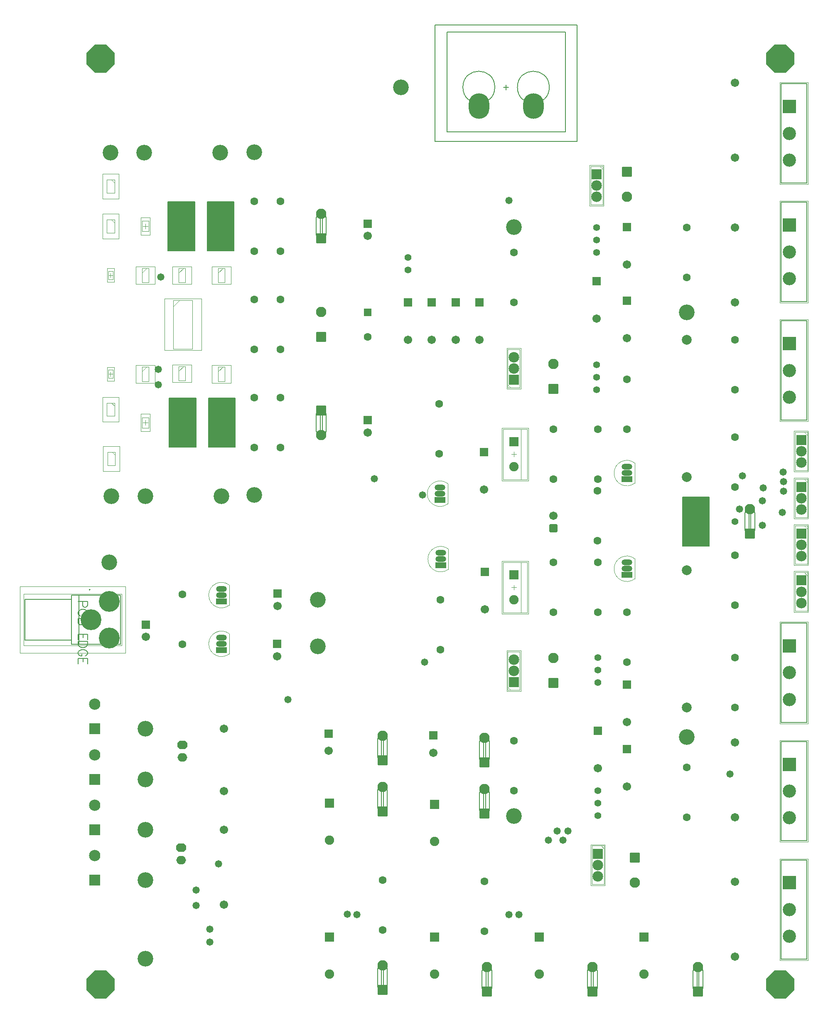
<source format=gbs>
G04*
G04 #@! TF.GenerationSoftware,Altium Limited,Altium Designer,18.0.7 (293)*
G04*
G04 Layer_Color=16711935*
%FSLAX25Y25*%
%MOIN*%
G70*
G01*
G75*
%ADD10C,0.00500*%
%ADD11C,0.00600*%
%ADD12C,0.00787*%
%ADD18C,0.00394*%
%ADD24C,0.00000*%
%ADD25C,0.00781*%
%ADD26C,0.00300*%
%ADD27C,0.00197*%
%ADD38C,0.06312*%
%ADD39C,0.07493*%
%ADD40R,0.07493X0.07493*%
%ADD41C,0.08300*%
G04:AMPARAMS|DCode=42|XSize=83mil|YSize=83mil|CornerRadius=13.38mil|HoleSize=0mil|Usage=FLASHONLY|Rotation=90.000|XOffset=0mil|YOffset=0mil|HoleType=Round|Shape=RoundedRectangle|*
%AMROUNDEDRECTD42*
21,1,0.08300,0.05625,0,0,90.0*
21,1,0.05625,0.08300,0,0,90.0*
1,1,0.02675,0.02813,0.02813*
1,1,0.02675,0.02813,-0.02813*
1,1,0.02675,-0.02813,-0.02813*
1,1,0.02675,-0.02813,0.02813*
%
%ADD42ROUNDEDRECTD42*%
%ADD43C,0.12611*%
%ADD44C,0.05524*%
%ADD45R,0.06000X0.06000*%
%ADD46C,0.06000*%
%ADD47C,0.06706*%
%ADD48C,0.07887*%
%ADD49C,0.08477*%
%ADD50R,0.08477X0.08477*%
%ADD51O,0.08674X0.04737*%
%ADD52R,0.08674X0.04737*%
%ADD53R,0.10603X0.10603*%
%ADD54C,0.10603*%
%ADD55O,0.07800X0.06800*%
G04:AMPARAMS|DCode=56|XSize=68mil|YSize=78mil|CornerRadius=0mil|HoleSize=0mil|Usage=FLASHONLY|Rotation=90.000|XOffset=0mil|YOffset=0mil|HoleType=Round|Shape=Octagon|*
%AMOCTAGOND56*
4,1,8,-0.03900,-0.01700,-0.03900,0.01700,-0.02200,0.03400,0.02200,0.03400,0.03900,0.01700,0.03900,-0.01700,0.02200,-0.03400,-0.02200,-0.03400,-0.03900,-0.01700,0.0*
%
%ADD56OCTAGOND56*%

%ADD57C,0.16702*%
%ADD58R,0.06706X0.06706*%
%ADD59R,0.07493X0.07493*%
G04:AMPARAMS|DCode=60|XSize=67.06mil|YSize=67.06mil|CornerRadius=11.38mil|HoleSize=0mil|Usage=FLASHONLY|Rotation=90.000|XOffset=0mil|YOffset=0mil|HoleType=Round|Shape=RoundedRectangle|*
%AMROUNDEDRECTD60*
21,1,0.06706,0.04429,0,0,90.0*
21,1,0.04429,0.06706,0,0,90.0*
1,1,0.02276,0.02215,0.02215*
1,1,0.02276,0.02215,-0.02215*
1,1,0.02276,-0.02215,-0.02215*
1,1,0.02276,-0.02215,0.02215*
%
%ADD60ROUNDEDRECTD60*%
%ADD61R,0.06312X0.06312*%
%ADD62O,0.16548X0.20485*%
%ADD63R,0.09068X0.09068*%
%ADD64C,0.09068*%
%ADD65P,0.24304X8X22.5*%
%ADD66C,0.05800*%
G36*
X99150Y492640D02*
Y453140D01*
X77650D01*
Y492640D01*
X99150D01*
D02*
G37*
G36*
X98264Y650072D02*
Y610572D01*
X76764D01*
Y650072D01*
X98264D01*
D02*
G37*
G36*
X130646Y492640D02*
Y453140D01*
X109146D01*
Y492640D01*
X130646D01*
D02*
G37*
G36*
X129760Y650072D02*
Y610572D01*
X108260D01*
Y650072D01*
X129760D01*
D02*
G37*
G36*
X511000Y413402D02*
Y373902D01*
X489500D01*
Y413402D01*
X511000D01*
D02*
G37*
D10*
X568724Y122441D02*
X589197D01*
Y42913D02*
Y122441D01*
X568724Y42913D02*
X589197D01*
X568724D02*
Y122441D01*
X589197D01*
Y42913D02*
Y122441D01*
X568724Y42913D02*
X589197D01*
X568724D02*
Y122441D01*
Y744488D02*
X589197D01*
Y664961D02*
Y744488D01*
X568724Y664961D02*
X589197D01*
X568724D02*
Y744488D01*
X589197D01*
Y664961D02*
Y744488D01*
X568724Y664961D02*
X589197D01*
X568724D02*
Y744488D01*
Y312244D02*
X589197D01*
Y232717D02*
Y312244D01*
X568724Y232717D02*
X589197D01*
X568724D02*
Y312244D01*
X589197D01*
Y232717D02*
Y312244D01*
X568724Y232717D02*
X589197D01*
X568724D02*
Y312244D01*
Y554528D02*
X589197D01*
Y475000D02*
Y554528D01*
X568724Y475000D02*
X589197D01*
X568724D02*
Y554528D01*
X589197D01*
Y475000D02*
Y554528D01*
X568724Y475000D02*
X589197D01*
X568724D02*
Y554528D01*
Y217343D02*
X589197D01*
Y137815D02*
Y217343D01*
X568724Y137815D02*
X589197D01*
X568724D02*
Y217343D01*
X589197D01*
Y137815D02*
Y217343D01*
X568724Y137815D02*
X589197D01*
X568724D02*
Y217343D01*
Y649508D02*
X589197D01*
Y569980D02*
Y649508D01*
X568724Y569980D02*
X589197D01*
X568724D02*
Y649508D01*
X589197D01*
Y569980D02*
Y649508D01*
X568724Y569980D02*
X589197D01*
X568724D02*
Y649508D01*
X5217Y334646D02*
X38681D01*
X-689D02*
X5217D01*
X-689Y331299D02*
Y334646D01*
Y298622D02*
Y331299D01*
Y295276D02*
Y298622D01*
Y295276D02*
X5217D01*
X38681D01*
Y334646D01*
X-38091Y331299D02*
X-689D01*
X-38091Y298622D02*
Y331299D01*
Y298622D02*
X-689D01*
X5217Y295276D02*
Y334646D01*
X38681D01*
X-689D02*
X5217D01*
X-689Y331299D02*
Y334646D01*
Y298622D02*
Y331299D01*
Y295276D02*
Y298622D01*
Y295276D02*
X5217D01*
X38681D01*
Y334646D01*
X-38091Y331299D02*
X-689D01*
X-38091Y298622D02*
Y331299D01*
Y298622D02*
X-689D01*
X5217Y295276D02*
Y334646D01*
X329832Y17936D02*
G03*
X331824Y16881I1976J1321D01*
G01*
X333532Y16879D02*
G03*
X335506Y17917I11J2376D01*
G01*
X331823Y36564D02*
G03*
X329849Y35527I-11J-2376D01*
G01*
X335522Y35508D02*
G03*
X333530Y36563I-1976J-1321D01*
G01*
X328995Y34074D02*
G03*
X328729Y33809I87J-354D01*
G01*
X331878Y33883D02*
G03*
X328995Y34074I-4288J-43031D01*
G01*
X331878Y19560D02*
G03*
X328995Y19370I41749J-654584D01*
G01*
X328729Y19635D02*
G03*
X328995Y19370I357J92D01*
G01*
X333476Y33883D02*
G03*
X336360Y34074I-41797J655314D01*
G01*
X336626Y33809D02*
G03*
X336360Y34074I-357J-92D01*
G01*
X336360Y19370D02*
G03*
X336626Y19635I-87J354D01*
G01*
X333476Y19560D02*
G03*
X336360Y19370I4288J43031D01*
G01*
X331878Y19032D02*
G03*
X330617Y17864I3661J-5218D01*
G01*
X328729Y19635D02*
G03*
X330500Y17864I1772J0D01*
G01*
X336626Y33809D02*
G03*
X334854Y35580I-1772J0D01*
G01*
X330500D02*
G03*
X328729Y33809I0J-1772D01*
G01*
X334854Y17864D02*
G03*
X336626Y19635I0J1772D01*
G01*
X331496Y16879D02*
G03*
X333858Y16879I1181J0D01*
G01*
Y36564D02*
G03*
X331496Y36564I-1181J0D01*
G01*
X414387Y17935D02*
G03*
X416378Y16879I1976J1321D01*
G01*
X418086Y16878D02*
G03*
X420060Y17916I11J2376D01*
G01*
X416377Y36563D02*
G03*
X414403Y35525I-11J-2376D01*
G01*
X420077Y35506D02*
G03*
X418085Y36562I-1976J-1321D01*
G01*
X413549Y34072D02*
G03*
X413283Y33807I87J-354D01*
G01*
X416433Y33882D02*
G03*
X413549Y34072I-4288J-43031D01*
G01*
X416433Y19559D02*
G03*
X413549Y19369I41749J-654584D01*
G01*
X413283Y19634D02*
G03*
X413549Y19369I357J92D01*
G01*
X418031Y33882D02*
G03*
X420914Y34072I-41797J655314D01*
G01*
X421180Y33807D02*
G03*
X420914Y34072I-357J-92D01*
G01*
X420914Y19369D02*
G03*
X421180Y19634I-87J354D01*
G01*
X418031Y19559D02*
G03*
X420914Y19369I4288J43031D01*
G01*
X416433Y19030D02*
G03*
X415171Y17862I3661J-5218D01*
G01*
X413283Y19634D02*
G03*
X415055Y17862I1772J0D01*
G01*
X421180Y33807D02*
G03*
X419409Y35579I-1772J0D01*
G01*
X415055D02*
G03*
X413283Y33807I0J-1772D01*
G01*
X419409Y17862D02*
G03*
X421180Y19634I0J1772D01*
G01*
X416050Y16878D02*
G03*
X418413Y16878I1181J0D01*
G01*
Y36563D02*
G03*
X416050Y36563I-1181J0D01*
G01*
X245974Y19273D02*
G03*
X247966Y18218I1976J1321D01*
G01*
X249673Y18216D02*
G03*
X251647Y19254I11J2376D01*
G01*
X247965Y37901D02*
G03*
X245991Y36864I-11J-2376D01*
G01*
X251664Y36845D02*
G03*
X249672Y37900I-1976J-1321D01*
G01*
X245137Y35411D02*
G03*
X244870Y35146I87J-354D01*
G01*
X248020Y35220D02*
G03*
X245137Y35411I-4288J-43031D01*
G01*
X248020Y20898D02*
G03*
X245137Y20707I41749J-654584D01*
G01*
X244870Y20972D02*
G03*
X245137Y20707I357J92D01*
G01*
X249618Y35220D02*
G03*
X252501Y35411I-41797J655314D01*
G01*
X252767Y35146D02*
G03*
X252501Y35411I-357J-92D01*
G01*
X252501Y20707D02*
G03*
X252767Y20972I-87J354D01*
G01*
X249618Y20898D02*
G03*
X252501Y20707I4288J43031D01*
G01*
X248020Y20369D02*
G03*
X246758Y19201I3661J-5218D01*
G01*
X244870Y20972D02*
G03*
X246642Y19201I1772J0D01*
G01*
X252767Y35146D02*
G03*
X250996Y36917I-1772J0D01*
G01*
X246642D02*
G03*
X244870Y35146I0J-1772D01*
G01*
X250996Y19201D02*
G03*
X252767Y20972I0J1772D01*
G01*
X247638Y18216D02*
G03*
X250000Y18216I1181J0D01*
G01*
Y37901D02*
G03*
X247638Y37901I-1181J0D01*
G01*
X327864Y201610D02*
G03*
X329855Y200554I1976J1321D01*
G01*
X331563Y200553D02*
G03*
X333537Y201590I11J2376D01*
G01*
X329854Y220238D02*
G03*
X327880Y219200I-11J-2376D01*
G01*
X333554Y219181D02*
G03*
X331562Y220236I-1976J-1321D01*
G01*
X327026Y217747D02*
G03*
X326760Y217482I87J-354D01*
G01*
X329910Y217557D02*
G03*
X327026Y217747I-4288J-43031D01*
G01*
X329910Y203234D02*
G03*
X327026Y203044I41749J-654584D01*
G01*
X326760Y203309D02*
G03*
X327026Y203044I357J92D01*
G01*
X331508Y217557D02*
G03*
X334391Y217747I-41797J655314D01*
G01*
X334657Y217482D02*
G03*
X334391Y217747I-357J-92D01*
G01*
X334391Y203044D02*
G03*
X334657Y203309I-87J354D01*
G01*
X331508Y203234D02*
G03*
X334391Y203044I4288J43031D01*
G01*
X329910Y202705D02*
G03*
X328648Y201537I3661J-5218D01*
G01*
X326760Y203309D02*
G03*
X328532Y201537I1772J0D01*
G01*
X334657Y217482D02*
G03*
X332886Y219253I-1772J0D01*
G01*
X328532D02*
G03*
X326760Y217482I0J-1772D01*
G01*
X332886Y201537D02*
G03*
X334657Y203309I0J1772D01*
G01*
X329528Y200553D02*
G03*
X331890Y200553I1181J0D01*
G01*
Y220238D02*
G03*
X329528Y220238I-1181J0D01*
G01*
X245974Y203340D02*
G03*
X247966Y202285I1976J1321D01*
G01*
X249673Y202283D02*
G03*
X251647Y203321I11J2376D01*
G01*
X247965Y221969D02*
G03*
X245991Y220931I-11J-2376D01*
G01*
X251664Y220912D02*
G03*
X249672Y221967I-1976J-1321D01*
G01*
X245137Y219478D02*
G03*
X244870Y219213I87J-354D01*
G01*
X248020Y219287D02*
G03*
X245137Y219478I-4288J-43031D01*
G01*
X248020Y204964D02*
G03*
X245137Y204774I41749J-654584D01*
G01*
X244870Y205039D02*
G03*
X245137Y204774I357J92D01*
G01*
X249618Y219287D02*
G03*
X252501Y219478I-41797J655314D01*
G01*
X252767Y219213D02*
G03*
X252501Y219478I-357J-92D01*
G01*
X252501Y204774D02*
G03*
X252767Y205039I-87J354D01*
G01*
X249618Y204964D02*
G03*
X252501Y204774I4288J43031D01*
G01*
X248020Y204436D02*
G03*
X246758Y203268I3661J-5218D01*
G01*
X244870Y205039D02*
G03*
X246642Y203268I1772J0D01*
G01*
X252767Y219213D02*
G03*
X250996Y220984I-1772J0D01*
G01*
X246642D02*
G03*
X244870Y219213I0J-1772D01*
G01*
X250996Y203268D02*
G03*
X252767Y205039I0J1772D01*
G01*
X247638Y202283D02*
G03*
X250000Y202283I1181J0D01*
G01*
Y221969D02*
G03*
X247638Y221969I-1181J0D01*
G01*
X202511Y481676D02*
G03*
X200519Y482731I-1976J-1321D01*
G01*
X198811Y482733D02*
G03*
X196837Y481695I-11J-2376D01*
G01*
X200520Y463048D02*
G03*
X202494Y464085I11J2376D01*
G01*
X196821Y464105D02*
G03*
X198813Y463049I1976J1321D01*
G01*
X203348Y465539D02*
G03*
X203614Y465804I-87J354D01*
G01*
X200465Y465729D02*
G03*
X203348Y465539I4288J43031D01*
G01*
X200465Y480052D02*
G03*
X203348Y480242I-41749J654584D01*
G01*
X203614Y479977D02*
G03*
X203348Y480242I-357J-92D01*
G01*
X198867Y465729D02*
G03*
X195983Y465539I41797J-655314D01*
G01*
X195717Y465804D02*
G03*
X195983Y465539I357J92D01*
G01*
X195983Y480242D02*
G03*
X195717Y479977I87J-354D01*
G01*
X198867Y480052D02*
G03*
X195983Y480242I-4288J-43031D01*
G01*
X200465Y480580D02*
G03*
X201726Y481748I-3661J5218D01*
G01*
X203614Y479977D02*
G03*
X201843Y481748I-1772J0D01*
G01*
X195717Y465803D02*
G03*
X197489Y464032I1772J0D01*
G01*
X201843D02*
G03*
X203614Y465803I0J1772D01*
G01*
X197489Y481748D02*
G03*
X195717Y479977I0J-1772D01*
G01*
X200847Y482733D02*
G03*
X198485Y482733I-1181J0D01*
G01*
Y463048D02*
G03*
X200847Y463048I1181J0D01*
G01*
X196821Y621536D02*
G03*
X198813Y620481I1976J1321D01*
G01*
X200520Y620479D02*
G03*
X202494Y621517I11J2376D01*
G01*
X198811Y640165D02*
G03*
X196837Y639127I-11J-2376D01*
G01*
X202511Y639108D02*
G03*
X200519Y640163I-1976J-1321D01*
G01*
X195983Y637674D02*
G03*
X195717Y637409I87J-354D01*
G01*
X198867Y637484D02*
G03*
X195983Y637674I-4288J-43031D01*
G01*
X198867Y623161D02*
G03*
X195983Y622970I41749J-654584D01*
G01*
X195717Y623236D02*
G03*
X195983Y622970I357J92D01*
G01*
X200465Y637484D02*
G03*
X203348Y637674I-41797J655314D01*
G01*
X203614Y637409D02*
G03*
X203348Y637674I-357J-92D01*
G01*
X203348Y622970D02*
G03*
X203614Y623236I-87J354D01*
G01*
X200465Y623161D02*
G03*
X203348Y622970I4288J43031D01*
G01*
X198867Y622632D02*
G03*
X197605Y621464I3661J-5218D01*
G01*
X195717Y623236D02*
G03*
X197489Y621464I1772J0D01*
G01*
X203614Y637409D02*
G03*
X201843Y639180I-1772J0D01*
G01*
X197489D02*
G03*
X195717Y637409I0J-1772D01*
G01*
X201843Y621464D02*
G03*
X203614Y623236I0J1772D01*
G01*
X198485Y620479D02*
G03*
X200847Y620479I1181J0D01*
G01*
Y640165D02*
G03*
X198485Y640165I-1181J0D01*
G01*
X245973Y162474D02*
G03*
X247965Y161419I1976J1321D01*
G01*
X249673Y161417D02*
G03*
X251647Y162455I11J2376D01*
G01*
X247964Y181102D02*
G03*
X245990Y180065I-11J-2376D01*
G01*
X251663Y180045D02*
G03*
X249671Y181101I-1976J-1321D01*
G01*
X245136Y178612D02*
G03*
X244870Y178347I87J-354D01*
G01*
X248019Y178421D02*
G03*
X245136Y178612I-4288J-43031D01*
G01*
X248019Y164098D02*
G03*
X245136Y163908I41749J-654584D01*
G01*
X244870Y164173D02*
G03*
X245136Y163908I357J92D01*
G01*
X249617Y178421D02*
G03*
X252501Y178612I-41797J655314D01*
G01*
X252767Y178347D02*
G03*
X252501Y178612I-357J-92D01*
G01*
X252501Y163908D02*
G03*
X252767Y164173I-87J354D01*
G01*
X249617Y164098D02*
G03*
X252501Y163908I4288J43031D01*
G01*
X248019Y163570D02*
G03*
X246758Y162402I3661J-5218D01*
G01*
X244870Y164173D02*
G03*
X246641Y162402I1772J0D01*
G01*
X252767Y178347D02*
G03*
X250995Y180118I-1772J0D01*
G01*
X246641D02*
G03*
X244870Y178347I0J-1772D01*
G01*
X250995Y162402D02*
G03*
X252767Y164173I0J1772D01*
G01*
X247637Y161417D02*
G03*
X249999Y161417I1181J0D01*
G01*
Y181102D02*
G03*
X247637Y181102I-1181J0D01*
G01*
X327864Y160506D02*
G03*
X329855Y159450I1976J1321D01*
G01*
X331563Y159449D02*
G03*
X333537Y160487I11J2376D01*
G01*
X329854Y179134D02*
G03*
X327880Y178096I-11J-2376D01*
G01*
X333554Y178077D02*
G03*
X331562Y179133I-1976J-1321D01*
G01*
X327026Y176643D02*
G03*
X326760Y176378I87J-354D01*
G01*
X329909Y176453D02*
G03*
X327026Y176643I-4288J-43031D01*
G01*
X329909Y162130D02*
G03*
X327026Y161940I41749J-654584D01*
G01*
X326760Y162205D02*
G03*
X327026Y161940I357J92D01*
G01*
X331507Y176453D02*
G03*
X334391Y176643I-41797J655314D01*
G01*
X334657Y176378D02*
G03*
X334391Y176643I-357J-92D01*
G01*
X334391Y161940D02*
G03*
X334657Y162205I-87J354D01*
G01*
X331507Y162130D02*
G03*
X334391Y161940I4288J43031D01*
G01*
X329909Y161601D02*
G03*
X328648Y160433I3661J-5218D01*
G01*
X326760Y162205D02*
G03*
X328532Y160433I1772J0D01*
G01*
X334657Y176378D02*
G03*
X332886Y178150I-1772J0D01*
G01*
X328532D02*
G03*
X326760Y176378I0J-1772D01*
G01*
X332886Y160433D02*
G03*
X334657Y162205I0J1772D01*
G01*
X329527Y159449D02*
G03*
X331890Y159449I1181J0D01*
G01*
Y179134D02*
G03*
X329527Y179134I-1181J0D01*
G01*
X499124Y17935D02*
G03*
X501115Y16879I1976J1321D01*
G01*
X502823Y16878D02*
G03*
X504797Y17916I11J2376D01*
G01*
X501114Y36563D02*
G03*
X499140Y35525I-11J-2376D01*
G01*
X504813Y35506D02*
G03*
X502822Y36562I-1976J-1321D01*
G01*
X498286Y34072D02*
G03*
X498020Y33807I87J-354D01*
G01*
X501169Y33882D02*
G03*
X498286Y34072I-4288J-43031D01*
G01*
X501169Y19559D02*
G03*
X498286Y19369I41749J-654584D01*
G01*
X498020Y19634D02*
G03*
X498286Y19369I357J92D01*
G01*
X502768Y33882D02*
G03*
X505651Y34072I-41797J655314D01*
G01*
X505917Y33807D02*
G03*
X505651Y34072I-357J-92D01*
G01*
X505651Y19369D02*
G03*
X505917Y19634I-87J354D01*
G01*
X502768Y19559D02*
G03*
X505651Y19369I4288J43031D01*
G01*
X501169Y19030D02*
G03*
X499908Y17862I3661J-5218D01*
G01*
X498020Y19634D02*
G03*
X499792Y17862I1772J0D01*
G01*
X505917Y33807D02*
G03*
X504145Y35579I-1772J0D01*
G01*
X499792D02*
G03*
X498020Y33807I0J-1772D01*
G01*
X504145Y17862D02*
G03*
X505917Y19634I0J1772D01*
G01*
X500787Y16878D02*
G03*
X503150Y16878I1181J0D01*
G01*
Y36563D02*
G03*
X500787Y36563I-1181J0D01*
G01*
X540791Y384915D02*
G03*
X542782Y383859I1976J1321D01*
G01*
X544490Y383858D02*
G03*
X546464Y384896I11J2376D01*
G01*
X542781Y403543D02*
G03*
X540807Y402506I-11J-2376D01*
G01*
X546480Y402486D02*
G03*
X544489Y403542I-1976J-1321D01*
G01*
X539953Y401053D02*
G03*
X539687Y400787I87J-354D01*
G01*
X542837Y400862D02*
G03*
X539953Y401053I-4288J-43031D01*
G01*
X542837Y386539D02*
G03*
X539953Y386349I41749J-654584D01*
G01*
X539687Y386614D02*
G03*
X539953Y386349I357J92D01*
G01*
X544434Y400862D02*
G03*
X547318Y401053I-41797J655314D01*
G01*
X547584Y400787D02*
G03*
X547318Y401053I-357J-92D01*
G01*
X547318Y386349D02*
G03*
X547584Y386614I-87J354D01*
G01*
X544434Y386539D02*
G03*
X547318Y386349I4288J43031D01*
G01*
X542837Y386011D02*
G03*
X541575Y384842I3661J-5218D01*
G01*
X539687Y386614D02*
G03*
X541459Y384842I1772J0D01*
G01*
X547584Y400787D02*
G03*
X545812Y402559I-1772J0D01*
G01*
X541459D02*
G03*
X539687Y400787I0J-1772D01*
G01*
X545812Y384842D02*
G03*
X547584Y386614I0J1772D01*
G01*
X542454Y383858D02*
G03*
X544817Y383858I1181J0D01*
G01*
Y403543D02*
G03*
X542454Y403543I-1181J0D01*
G01*
X335522Y17935D02*
X335540Y17962D01*
X335599Y18042D01*
X329760Y18037D02*
X329828Y17943D01*
X329832Y17936D01*
X329815Y35482D02*
X329832Y35510D01*
X329755Y35402D02*
X329815Y35482D01*
X335526Y35501D02*
X335595Y35407D01*
X335522Y35508D02*
X335526Y35501D01*
X333476Y34412D02*
X333554Y34423D01*
X333646Y34465D01*
X333745Y34540D01*
X333830Y34622D01*
X334051Y34885D01*
X334239Y35125D01*
X334407Y35330D01*
X334555Y35481D01*
X334655Y35555D01*
X334738Y35580D01*
X330617D02*
X330722Y35541D01*
X330861Y35423D01*
X331045Y35214D01*
X331273Y34924D01*
X331391Y34775D01*
X331526Y34621D01*
X331621Y34530D01*
X331740Y34448D01*
X331817Y34419D01*
X331878Y34412D01*
X334689Y17873D02*
X334738Y17864D01*
X334632Y17903D02*
X334689Y17873D01*
X334567Y17952D02*
X334632Y17903D01*
X334493Y18021D02*
X334567Y17952D01*
X334406Y18115D02*
X334493Y18021D01*
X334309Y18230D02*
X334406Y18115D01*
X334201Y18366D02*
X334309Y18230D01*
X334082Y18520D02*
X334201Y18366D01*
X333964Y18668D02*
X334082Y18520D01*
X333828Y18823D02*
X333964Y18668D01*
X333783Y18869D02*
X333828Y18823D01*
X333733Y18914D02*
X333783Y18869D01*
X333678Y18958D02*
X333733Y18914D01*
X333614Y18996D02*
X333678Y18958D01*
X333577Y19013D02*
X333614Y18996D01*
X333537Y19025D02*
X333577Y19013D01*
X333507Y19030D02*
X333537Y19025D01*
X333476Y19032D02*
X333507Y19030D01*
X331824Y16881D02*
X333531Y16879D01*
X331823Y36564D02*
X333530Y36563D01*
X331878Y19032D02*
Y34412D01*
X328729Y19635D02*
Y33809D01*
X336626Y19635D02*
Y33809D01*
X333476Y19032D02*
Y34412D01*
X331878Y33883D02*
X333476D01*
X331878Y19561D02*
X333476D01*
X331878Y19032D02*
X333476D01*
X331878Y34412D02*
X333476D01*
X330500Y35580D02*
X334854D01*
X330500Y17864D02*
X334854D01*
X420076Y17934D02*
X420094Y17961D01*
X420154Y18041D01*
X414314Y18035D02*
X414382Y17942D01*
X414387Y17935D01*
X414369Y35480D02*
X414386Y35508D01*
X414310Y35400D02*
X414369Y35480D01*
X420081Y35500D02*
X420149Y35406D01*
X420077Y35506D02*
X420081Y35500D01*
X418031Y34411D02*
X418108Y34422D01*
X418200Y34464D01*
X418300Y34538D01*
X418384Y34620D01*
X418605Y34883D01*
X418793Y35124D01*
X418962Y35329D01*
X419109Y35479D01*
X419209Y35553D01*
X419292Y35579D01*
X415171D02*
X415276Y35540D01*
X415415Y35421D01*
X415599Y35212D01*
X415827Y34923D01*
X415945Y34774D01*
X416080Y34620D01*
X416176Y34528D01*
X416295Y34446D01*
X416372Y34418D01*
X416433Y34411D01*
X419244Y17872D02*
X419292Y17862D01*
X419187Y17901D02*
X419244Y17872D01*
X419121Y17951D02*
X419187Y17901D01*
X419048Y18020D02*
X419121Y17951D01*
X418960Y18114D02*
X419048Y18020D01*
X418864Y18229D02*
X418960Y18114D01*
X418756Y18365D02*
X418864Y18229D01*
X418636Y18518D02*
X418756Y18365D01*
X418518Y18666D02*
X418636Y18518D01*
X418383Y18822D02*
X418518Y18666D01*
X418337Y18868D02*
X418383Y18822D01*
X418288Y18913D02*
X418337Y18868D01*
X418232Y18956D02*
X418288Y18913D01*
X418168Y18995D02*
X418232Y18956D01*
X418132Y19011D02*
X418168Y18995D01*
X418091Y19024D02*
X418132Y19011D01*
X418062Y19029D02*
X418091Y19024D01*
X418031Y19030D02*
X418062Y19029D01*
X416378Y16879D02*
X418086Y16878D01*
X416377Y36563D02*
X418085Y36562D01*
X416433Y19030D02*
Y34411D01*
X413283Y19634D02*
Y33807D01*
X421180Y19634D02*
Y33807D01*
X418031Y19030D02*
Y34411D01*
X416433Y33882D02*
X418031D01*
X416433Y19559D02*
X418031D01*
X416433Y19030D02*
X418031D01*
X416433Y34411D02*
X418031D01*
X415055Y35579D02*
X419409D01*
X415055Y17862D02*
X419409D01*
X251663Y19272D02*
X251682Y19299D01*
X251741Y19379D01*
X245902Y19374D02*
X245970Y19280D01*
X245974Y19273D01*
X245956Y36819D02*
X245973Y36847D01*
X245897Y36739D02*
X245956Y36819D01*
X251668Y36838D02*
X251736Y36744D01*
X251664Y36845D02*
X251668Y36838D01*
X249618Y35749D02*
X249696Y35760D01*
X249788Y35802D01*
X249887Y35876D01*
X249971Y35959D01*
X250193Y36222D01*
X250380Y36462D01*
X250549Y36667D01*
X250696Y36818D01*
X250797Y36892D01*
X250879Y36917D01*
X246758D02*
X246864Y36878D01*
X247003Y36760D01*
X247187Y36551D01*
X247414Y36261D01*
X247532Y36112D01*
X247668Y35958D01*
X247763Y35867D01*
X247882Y35785D01*
X247959Y35756D01*
X248020Y35749D01*
X250831Y19210D02*
X250879Y19201D01*
X250774Y19240D02*
X250831Y19210D01*
X250709Y19289D02*
X250774Y19240D01*
X250635Y19358D02*
X250709Y19289D01*
X250548Y19452D02*
X250635Y19358D01*
X250451Y19567D02*
X250548Y19452D01*
X250343Y19703D02*
X250451Y19567D01*
X250223Y19857D02*
X250343Y19703D01*
X250106Y20005D02*
X250223Y19857D01*
X249970Y20160D02*
X250106Y20005D01*
X249925Y20206D02*
X249970Y20160D01*
X249875Y20251D02*
X249925Y20206D01*
X249819Y20295D02*
X249875Y20251D01*
X249756Y20333D02*
X249819Y20295D01*
X249719Y20350D02*
X249756Y20333D01*
X249679Y20362D02*
X249719Y20350D01*
X249649Y20367D02*
X249679Y20362D01*
X249618Y20369D02*
X249649Y20367D01*
X247966Y18218D02*
X249673Y18216D01*
X247965Y37901D02*
X249672Y37900D01*
X248020Y20369D02*
Y35749D01*
X244870Y20972D02*
Y35146D01*
X252768Y20972D02*
Y35146D01*
X249618Y20369D02*
Y35749D01*
X248020Y35220D02*
X249618D01*
X248020Y20897D02*
X249618D01*
X248020Y20369D02*
X249618D01*
X248020Y35749D02*
X249618D01*
X246642Y36917D02*
X250996D01*
X246642Y19201D02*
X250996D01*
X333553Y201608D02*
X333571Y201635D01*
X333631Y201715D01*
X327791Y201710D02*
X327859Y201616D01*
X327864Y201610D01*
X327846Y219155D02*
X327863Y219183D01*
X327787Y219075D02*
X327846Y219155D01*
X333558Y219174D02*
X333626Y219081D01*
X333554Y219181D02*
X333558Y219174D01*
X331508Y218085D02*
X331585Y218097D01*
X331677Y218139D01*
X331777Y218213D01*
X331861Y218295D01*
X332082Y218558D01*
X332270Y218799D01*
X332439Y219004D01*
X332586Y219154D01*
X332687Y219228D01*
X332769Y219253D01*
X328648D02*
X328753Y219214D01*
X328893Y219096D01*
X329077Y218887D01*
X329304Y218597D01*
X329422Y218448D01*
X329557Y218294D01*
X329653Y218203D01*
X329772Y218121D01*
X329849Y218092D01*
X329910Y218085D01*
X332721Y201547D02*
X332769Y201537D01*
X332664Y201576D02*
X332721Y201547D01*
X332598Y201626D02*
X332664Y201576D01*
X332525Y201695D02*
X332598Y201626D01*
X332437Y201789D02*
X332525Y201695D01*
X332341Y201903D02*
X332437Y201789D01*
X332233Y202039D02*
X332341Y201903D01*
X332113Y202193D02*
X332233Y202039D01*
X331996Y202341D02*
X332113Y202193D01*
X331860Y202496D02*
X331996Y202341D01*
X331814Y202542D02*
X331860Y202496D01*
X331765Y202588D02*
X331814Y202542D01*
X331709Y202631D02*
X331765Y202588D01*
X331646Y202670D02*
X331709Y202631D01*
X331609Y202686D02*
X331646Y202670D01*
X331569Y202698D02*
X331609Y202686D01*
X331539Y202703D02*
X331569Y202698D01*
X331508Y202705D02*
X331539Y202703D01*
X329856Y200554D02*
X331563Y200553D01*
X329854Y220238D02*
X331562Y220236D01*
X329910Y202705D02*
Y218085D01*
X326760Y203309D02*
Y217482D01*
X334657Y203309D02*
Y217482D01*
X331508Y202705D02*
Y218085D01*
X329910Y217557D02*
X331508D01*
X329910Y203234D02*
X331508D01*
X329910Y202705D02*
X331508D01*
X329910Y218085D02*
X331508D01*
X328532Y219253D02*
X332886D01*
X328532Y201537D02*
X332886D01*
X251663Y203339D02*
X251682Y203366D01*
X251741Y203446D01*
X245902Y203441D02*
X245970Y203347D01*
X245974Y203340D01*
X245956Y220886D02*
X245973Y220914D01*
X245897Y220806D02*
X245956Y220886D01*
X251668Y220905D02*
X251736Y220811D01*
X251664Y220912D02*
X251668Y220905D01*
X249618Y219816D02*
X249696Y219827D01*
X249788Y219869D01*
X249887Y219943D01*
X249971Y220026D01*
X250193Y220289D01*
X250380Y220529D01*
X250549Y220734D01*
X250696Y220885D01*
X250797Y220959D01*
X250879Y220984D01*
X246758D02*
X246864Y220945D01*
X247003Y220827D01*
X247187Y220618D01*
X247414Y220328D01*
X247532Y220179D01*
X247668Y220025D01*
X247763Y219934D01*
X247882Y219852D01*
X247959Y219823D01*
X248020Y219816D01*
X250831Y203277D02*
X250879Y203268D01*
X250774Y203307D02*
X250831Y203277D01*
X250709Y203356D02*
X250774Y203307D01*
X250635Y203425D02*
X250709Y203356D01*
X250548Y203519D02*
X250635Y203425D01*
X250451Y203634D02*
X250548Y203519D01*
X250343Y203770D02*
X250451Y203634D01*
X250223Y203924D02*
X250343Y203770D01*
X250106Y204072D02*
X250223Y203924D01*
X249970Y204227D02*
X250106Y204072D01*
X249925Y204273D02*
X249970Y204227D01*
X249875Y204318D02*
X249925Y204273D01*
X249819Y204362D02*
X249875Y204318D01*
X249756Y204400D02*
X249819Y204362D01*
X249719Y204417D02*
X249756Y204400D01*
X249679Y204429D02*
X249719Y204417D01*
X249649Y204434D02*
X249679Y204429D01*
X249618Y204436D02*
X249649Y204434D01*
X247966Y202285D02*
X249673Y202283D01*
X247965Y221968D02*
X249672Y221967D01*
X248020Y204436D02*
Y219816D01*
X244870Y205039D02*
Y219213D01*
X252768Y205039D02*
Y219213D01*
X249618Y204436D02*
Y219816D01*
X248020Y219287D02*
X249618D01*
X248020Y204965D02*
X249618D01*
X248020Y204436D02*
X249618D01*
X248020Y219816D02*
X249618D01*
X246642Y220984D02*
X250996D01*
X246642Y203268D02*
X250996D01*
X196803Y481650D02*
X196821Y481677D01*
X196744Y481570D02*
X196803Y481650D01*
X202515Y481669D02*
X202583Y481575D01*
X202511Y481676D02*
X202515Y481669D01*
X202511Y464102D02*
X202528Y464130D01*
X202588Y464210D01*
X196748Y464205D02*
X196816Y464111D01*
X196821Y464105D01*
X198789Y465189D02*
X198867Y465200D01*
X198697Y465147D02*
X198789Y465189D01*
X198597Y465073D02*
X198697Y465147D01*
X198513Y464990D02*
X198597Y465073D01*
X198292Y464727D02*
X198513Y464990D01*
X198104Y464487D02*
X198292Y464727D01*
X197935Y464282D02*
X198104Y464487D01*
X197788Y464131D02*
X197935Y464282D01*
X197688Y464058D02*
X197788Y464131D01*
X197605Y464032D02*
X197688Y464058D01*
X201621Y464071D02*
X201726Y464032D01*
X201482Y464189D02*
X201621Y464071D01*
X201298Y464398D02*
X201482Y464189D01*
X201070Y464688D02*
X201298Y464398D01*
X200952Y464837D02*
X201070Y464688D01*
X200817Y464991D02*
X200952Y464837D01*
X200722Y465083D02*
X200817Y464991D01*
X200603Y465165D02*
X200722Y465083D01*
X200526Y465193D02*
X200603Y465165D01*
X200465Y465200D02*
X200526Y465193D01*
X197605Y481748D02*
X197654Y481739D01*
X197710Y481709D01*
X197776Y481660D01*
X197850Y481591D01*
X197937Y481497D01*
X198034Y481382D01*
X198142Y481246D01*
X198261Y481092D01*
X198379Y480944D01*
X198514Y480789D01*
X198560Y480743D01*
X198610Y480698D01*
X198665Y480654D01*
X198729Y480616D01*
X198766Y480600D01*
X198806Y480587D01*
X198836Y480582D01*
X198867Y480580D01*
X198811Y482733D02*
X200519Y482731D01*
X198813Y463049D02*
X200520Y463048D01*
X200465Y465200D02*
Y480580D01*
X203614Y465804D02*
Y479977D01*
X195717Y465804D02*
Y479977D01*
X198867Y465200D02*
Y480580D01*
Y465729D02*
X200465D01*
X198867Y480052D02*
X200465D01*
X198867Y480580D02*
X200465D01*
X198867Y465200D02*
X200465D01*
X197489Y464032D02*
X201843D01*
X197489Y481748D02*
X201843D01*
X202510Y621535D02*
X202528Y621562D01*
X202588Y621642D01*
X196748Y621637D02*
X196816Y621543D01*
X196821Y621536D01*
X196803Y639082D02*
X196820Y639110D01*
X196744Y639002D02*
X196803Y639082D01*
X202515Y639101D02*
X202583Y639007D01*
X202511Y639108D02*
X202515Y639101D01*
X200465Y638012D02*
X200542Y638024D01*
X200634Y638065D01*
X200734Y638140D01*
X200818Y638222D01*
X201039Y638485D01*
X201227Y638725D01*
X201396Y638930D01*
X201543Y639081D01*
X201644Y639155D01*
X201726Y639180D01*
X197605D02*
X197710Y639141D01*
X197850Y639023D01*
X198034Y638814D01*
X198261Y638524D01*
X198379Y638375D01*
X198514Y638221D01*
X198610Y638130D01*
X198729Y638048D01*
X198806Y638019D01*
X198867Y638012D01*
X201678Y621474D02*
X201726Y621464D01*
X201621Y621503D02*
X201678Y621474D01*
X201555Y621552D02*
X201621Y621503D01*
X201482Y621621D02*
X201555Y621552D01*
X201394Y621716D02*
X201482Y621621D01*
X201298Y621830D02*
X201394Y621716D01*
X201190Y621966D02*
X201298Y621830D01*
X201070Y622120D02*
X201190Y621966D01*
X200953Y622268D02*
X201070Y622120D01*
X200817Y622423D02*
X200953Y622268D01*
X200771Y622469D02*
X200817Y622423D01*
X200722Y622514D02*
X200771Y622469D01*
X200666Y622558D02*
X200722Y622514D01*
X200603Y622596D02*
X200666Y622558D01*
X200566Y622613D02*
X200603Y622596D01*
X200526Y622625D02*
X200566Y622613D01*
X200496Y622630D02*
X200526Y622625D01*
X200465Y622632D02*
X200496Y622630D01*
X198813Y620481D02*
X200520Y620480D01*
X198811Y640165D02*
X200519Y640163D01*
X198867Y622632D02*
Y638012D01*
X195717Y623235D02*
Y637409D01*
X203614Y623235D02*
Y637409D01*
X200465Y622632D02*
Y638012D01*
X198867Y637484D02*
X200465D01*
X198867Y623161D02*
X200465D01*
X198867Y622632D02*
X200465D01*
X198867Y638012D02*
X200465D01*
X197489Y639180D02*
X201843D01*
X197489Y621464D02*
X201843D01*
X251663Y162473D02*
X251681Y162500D01*
X251740Y162580D01*
X245901Y162575D02*
X245969Y162481D01*
X245973Y162474D01*
X245956Y180020D02*
X245973Y180048D01*
X245896Y179940D02*
X245956Y180020D01*
X251668Y180039D02*
X251736Y179945D01*
X251663Y180045D02*
X251668Y180039D01*
X249617Y178950D02*
X249695Y178961D01*
X249787Y179003D01*
X249886Y179077D01*
X249971Y179160D01*
X250192Y179423D01*
X250380Y179663D01*
X250549Y179868D01*
X250696Y180019D01*
X250796Y180092D01*
X250879Y180118D01*
X246758D02*
X246863Y180079D01*
X247002Y179961D01*
X247186Y179752D01*
X247414Y179462D01*
X247532Y179313D01*
X247667Y179159D01*
X247762Y179067D01*
X247881Y178985D01*
X247958Y178957D01*
X248019Y178950D01*
X250830Y162411D02*
X250879Y162402D01*
X250774Y162441D02*
X250830Y162411D01*
X250708Y162490D02*
X250774Y162441D01*
X250634Y162559D02*
X250708Y162490D01*
X250547Y162653D02*
X250634Y162559D01*
X250450Y162768D02*
X250547Y162653D01*
X250342Y162904D02*
X250450Y162768D01*
X250223Y163058D02*
X250342Y162904D01*
X250105Y163206D02*
X250223Y163058D01*
X249970Y163361D02*
X250105Y163206D01*
X249924Y163407D02*
X249970Y163361D01*
X249874Y163452D02*
X249924Y163407D01*
X249819Y163496D02*
X249874Y163452D01*
X249755Y163534D02*
X249819Y163496D01*
X249718Y163550D02*
X249755Y163534D01*
X249678Y163563D02*
X249718Y163550D01*
X249648Y163568D02*
X249678Y163563D01*
X249617Y163570D02*
X249648Y163568D01*
X247965Y161419D02*
X249673Y161417D01*
X247964Y181102D02*
X249671Y181101D01*
X248019Y163570D02*
Y178950D01*
X244870Y164173D02*
Y178346D01*
X252767Y164173D02*
Y178346D01*
X249617Y163570D02*
Y178950D01*
X248019Y178421D02*
X249617D01*
X248019Y164098D02*
X249617D01*
X248019Y163570D02*
X249617D01*
X248019Y178950D02*
X249617D01*
X246641Y180118D02*
X250995D01*
X246641Y162402D02*
X250995D01*
X333553Y160505D02*
X333571Y160532D01*
X333630Y160612D01*
X327791Y160606D02*
X327859Y160512D01*
X327864Y160506D01*
X327846Y178051D02*
X327863Y178079D01*
X327787Y177971D02*
X327846Y178051D01*
X333558Y178071D02*
X333626Y177977D01*
X333553Y178077D02*
X333558Y178071D01*
X331508Y176981D02*
X331585Y176993D01*
X331677Y177035D01*
X331777Y177109D01*
X331861Y177192D01*
X332082Y177454D01*
X332270Y177695D01*
X332439Y177900D01*
X332586Y178050D01*
X332686Y178124D01*
X332769Y178150D01*
X328648D02*
X328753Y178111D01*
X328892Y177992D01*
X329076Y177783D01*
X329304Y177494D01*
X329422Y177345D01*
X329557Y177190D01*
X329652Y177099D01*
X329772Y177017D01*
X329849Y176989D01*
X329910Y176981D01*
X332721Y160443D02*
X332769Y160433D01*
X332664Y160472D02*
X332721Y160443D01*
X332598Y160522D02*
X332664Y160472D01*
X332525Y160591D02*
X332598Y160522D01*
X332437Y160685D02*
X332525Y160591D01*
X332341Y160800D02*
X332437Y160685D01*
X332233Y160936D02*
X332341Y160800D01*
X332113Y161089D02*
X332233Y160936D01*
X331995Y161237D02*
X332113Y161089D01*
X331860Y161393D02*
X331995Y161237D01*
X331814Y161439D02*
X331860Y161393D01*
X331765Y161484D02*
X331814Y161439D01*
X331709Y161527D02*
X331765Y161484D01*
X331645Y161566D02*
X331709Y161527D01*
X331609Y161582D02*
X331645Y161566D01*
X331568Y161594D02*
X331609Y161582D01*
X331539Y161600D02*
X331568Y161594D01*
X331508Y161601D02*
X331539Y161600D01*
X329855Y159450D02*
X331563Y159449D01*
X329854Y179134D02*
X331562Y179133D01*
X329910Y161601D02*
Y176981D01*
X326760Y162205D02*
Y176378D01*
X334657Y162205D02*
Y176378D01*
X331508Y161601D02*
Y176981D01*
X329910Y176453D02*
X331508D01*
X329910Y162130D02*
X331508D01*
X329910Y161601D02*
X331508D01*
X329910Y176981D02*
X331508D01*
X328532Y178150D02*
X332885D01*
X328532Y160433D02*
X332885D01*
X504813Y17934D02*
X504831Y17961D01*
X504890Y18041D01*
X499051Y18035D02*
X499119Y17941D01*
X499123Y17935D01*
X499106Y35480D02*
X499123Y35508D01*
X499047Y35400D02*
X499106Y35480D01*
X504818Y35500D02*
X504886Y35406D01*
X504813Y35506D02*
X504818Y35500D01*
X502768Y34410D02*
X502845Y34422D01*
X502937Y34464D01*
X503037Y34538D01*
X503121Y34621D01*
X503342Y34883D01*
X503530Y35124D01*
X503699Y35329D01*
X503846Y35479D01*
X503946Y35553D01*
X504029Y35579D01*
X499908D02*
X500013Y35540D01*
X500152Y35421D01*
X500336Y35212D01*
X500564Y34923D01*
X500682Y34774D01*
X500817Y34619D01*
X500912Y34528D01*
X501032Y34446D01*
X501109Y34418D01*
X501169Y34410D01*
X503980Y17872D02*
X504029Y17862D01*
X503924Y17901D02*
X503980Y17872D01*
X503858Y17951D02*
X503924Y17901D01*
X503785Y18020D02*
X503858Y17951D01*
X503697Y18114D02*
X503785Y18020D01*
X503601Y18229D02*
X503697Y18114D01*
X503493Y18365D02*
X503601Y18229D01*
X503373Y18518D02*
X503493Y18365D01*
X503256Y18666D02*
X503373Y18518D01*
X503120Y18822D02*
X503256Y18666D01*
X503074Y18868D02*
X503120Y18822D01*
X503024Y18913D02*
X503074Y18868D01*
X502969Y18956D02*
X503024Y18913D01*
X502905Y18995D02*
X502969Y18956D01*
X502869Y19011D02*
X502905Y18995D01*
X502828Y19023D02*
X502869Y19011D01*
X502799Y19029D02*
X502828Y19023D01*
X502768Y19030D02*
X502799Y19029D01*
X501115Y16879D02*
X502823Y16878D01*
X501114Y36563D02*
X502822Y36562D01*
X501169Y19030D02*
Y34410D01*
X498020Y19634D02*
Y33807D01*
X505917Y19634D02*
Y33807D01*
X502768Y19030D02*
Y34410D01*
X501169Y33882D02*
X502768D01*
X501169Y19559D02*
X502768D01*
X501169Y19030D02*
X502768D01*
X501169Y34410D02*
X502768D01*
X499791Y35579D02*
X504145D01*
X499791Y17862D02*
X504145D01*
X546480Y384914D02*
X546498Y384941D01*
X546557Y385021D01*
X540718Y385016D02*
X540786Y384922D01*
X540791Y384915D01*
X540773Y402461D02*
X540790Y402489D01*
X540714Y402381D02*
X540773Y402461D01*
X546485Y402480D02*
X546553Y402386D01*
X546481Y402487D02*
X546485Y402480D01*
X544434Y401391D02*
X544512Y401402D01*
X544604Y401444D01*
X544704Y401518D01*
X544788Y401601D01*
X545009Y401863D01*
X545197Y402104D01*
X545366Y402309D01*
X545513Y402459D01*
X545613Y402533D01*
X545696Y402559D01*
X541575D02*
X541680Y402520D01*
X541819Y402401D01*
X542003Y402193D01*
X542231Y401903D01*
X542349Y401754D01*
X542484Y401600D01*
X542580Y401509D01*
X542699Y401426D01*
X542776Y401398D01*
X542837Y401391D01*
X545647Y384852D02*
X545696Y384842D01*
X545591Y384882D02*
X545647Y384852D01*
X545525Y384931D02*
X545591Y384882D01*
X545451Y385000D02*
X545525Y384931D01*
X545364Y385094D02*
X545451Y385000D01*
X545268Y385209D02*
X545364Y385094D01*
X545160Y385345D02*
X545268Y385209D01*
X545040Y385499D02*
X545160Y385345D01*
X544922Y385647D02*
X545040Y385499D01*
X544787Y385802D02*
X544922Y385647D01*
X544741Y385848D02*
X544787Y385802D01*
X544692Y385893D02*
X544741Y385848D01*
X544636Y385936D02*
X544692Y385893D01*
X544572Y385975D02*
X544636Y385936D01*
X544536Y385992D02*
X544572Y385975D01*
X544495Y386004D02*
X544536Y385992D01*
X544465Y386009D02*
X544495Y386004D01*
X544434Y386011D02*
X544465Y386009D01*
X542782Y383859D02*
X544490Y383858D01*
X542781Y403543D02*
X544489Y403542D01*
X542837Y386011D02*
Y401391D01*
X539687Y386614D02*
Y400787D01*
X547584Y386614D02*
Y400787D01*
X544434Y386011D02*
Y401391D01*
X542837Y400862D02*
X544434D01*
X542837Y386539D02*
X544434D01*
X542837Y386011D02*
X544434D01*
X542837Y401391D02*
X544434D01*
X541459Y402559D02*
X545813D01*
X541459Y384842D02*
X545813D01*
D11*
X489500Y373902D02*
X511000D01*
X489500D02*
Y413402D01*
X511000D01*
Y373902D02*
Y413402D01*
X77650Y453140D02*
X99150D01*
X77650D02*
Y492640D01*
X99150D01*
Y453140D02*
Y492640D01*
X76764Y610572D02*
X98264D01*
X76764D02*
Y650072D01*
X98264D01*
Y610572D02*
Y650072D01*
X109146Y453140D02*
X130646D01*
X109146D02*
Y492640D01*
X130646D01*
Y453140D02*
Y492640D01*
X108260Y610572D02*
X129760D01*
X108260D02*
Y650072D01*
X129760D01*
Y610572D02*
Y650072D01*
D12*
X338937Y741732D02*
G03*
X338937Y741732I-12795J0D01*
G01*
X382677D02*
G03*
X382677Y741732I-12795J0D01*
G01*
X322892Y706102D02*
X395551D01*
Y785925D01*
X331455D02*
X395551D01*
X300473Y706102D02*
X322892D01*
X308349Y785925D02*
X323753D01*
X300473Y706102D02*
Y785925D01*
X308349D01*
X323753D02*
X331455D01*
X14272Y339016D02*
G03*
X14272Y339016I-394J0D01*
G01*
D02*
G03*
X14272Y339016I-394J0D01*
G01*
X38681Y295276D02*
Y334646D01*
X-689Y295276D02*
X38681D01*
X-689D02*
Y334646D01*
X38681D01*
X-38091Y331299D02*
X-689D01*
X-38091Y298622D02*
Y331299D01*
Y298622D02*
X-689D01*
X348012Y739764D02*
Y743701D01*
X346043Y741732D02*
X349980D01*
X290925Y698130D02*
X405098D01*
Y791634D01*
X290925D02*
X405098D01*
X290925Y698130D02*
Y791634D01*
D18*
X301775Y371570D02*
G03*
X301775Y355438I-6302J-8066D01*
G01*
X301282Y424011D02*
G03*
X301282Y407879I-6302J-8066D01*
G01*
X451184Y363854D02*
G03*
X451184Y347721I-6302J-8066D01*
G01*
Y440547D02*
G03*
X451184Y424414I-6302J-8066D01*
G01*
X125948Y342727D02*
G03*
X125948Y326594I-6302J-8066D01*
G01*
X125948Y303716D02*
G03*
X125948Y287583I-6302J-8066D01*
G01*
X31359Y667520D02*
X33819Y665059D01*
X27717Y667520D02*
X33819D01*
X27717Y656890D02*
Y667520D01*
Y656890D02*
X33819D01*
Y667520D01*
X28996Y508472D02*
X32540D01*
X28996Y515165D02*
X32540D01*
X28996Y508472D02*
Y515165D01*
X32540Y508472D02*
Y515165D01*
X28996Y587606D02*
X32540D01*
X28996Y594298D02*
X32540D01*
X28996Y587606D02*
Y594298D01*
X32540Y587606D02*
Y594298D01*
X61280Y468756D02*
Y477024D01*
X55965Y468756D02*
Y477024D01*
X61280D01*
X55965Y468756D02*
X61280D01*
Y626188D02*
Y634456D01*
X55965Y626188D02*
Y634456D01*
X61280D01*
X55965Y626188D02*
X61280D01*
X81063Y570972D02*
X96418D01*
Y531995D02*
Y570972D01*
X81063Y531995D02*
X96418D01*
X81063D02*
Y570972D01*
Y565972D02*
X86063Y570972D01*
X85445Y518050D02*
X90658D01*
Y506554D02*
Y518050D01*
X85445Y506554D02*
X90658D01*
X85445D02*
Y518050D01*
Y514310D02*
X89185Y518050D01*
X85445Y596700D02*
X90658D01*
Y585204D02*
Y596700D01*
X85445Y585204D02*
X90658D01*
X85445D02*
Y596700D01*
Y592960D02*
X89185Y596700D01*
X117059Y517566D02*
X122272D01*
Y506070D02*
Y517566D01*
X117059Y506070D02*
X122272D01*
X117059D02*
Y517566D01*
Y513826D02*
X120800Y517566D01*
X117059Y596700D02*
X122272D01*
Y585204D02*
Y596700D01*
X117059Y585204D02*
X122272D01*
X117059D02*
Y596700D01*
Y592960D02*
X120799Y596700D01*
X56016Y517566D02*
X61229D01*
Y506070D02*
Y517566D01*
X56016Y506070D02*
X61229D01*
X56016D02*
Y517566D01*
Y513826D02*
X59756Y517566D01*
X56016Y596700D02*
X61229D01*
Y585204D02*
Y596700D01*
X56016Y585204D02*
X61229D01*
X56016D02*
Y596700D01*
Y592960D02*
X59756Y596700D01*
X587402Y390249D02*
X589772Y387879D01*
X580039Y390249D02*
X589803D01*
X580039Y359541D02*
Y390249D01*
Y359541D02*
X589803D01*
Y390249D01*
X587402Y427703D02*
X589772Y425333D01*
X580039Y427703D02*
X589803D01*
X580039Y396995D02*
Y427703D01*
Y396995D02*
X589803D01*
Y427703D01*
X301772Y355438D02*
Y371570D01*
X301280Y407879D02*
Y424011D01*
X349362Y260835D02*
X351732Y258465D01*
X349331D02*
X359095D01*
Y289173D01*
X349331D02*
X359095D01*
X349331Y258465D02*
Y289173D01*
X349362Y503276D02*
X351732Y500906D01*
X349331D02*
X359095D01*
Y531614D01*
X349331D02*
X359095D01*
X349331Y500906D02*
Y531614D01*
X451181Y347721D02*
Y363854D01*
Y424414D02*
Y440547D01*
X587402Y352795D02*
X589772Y350425D01*
X580039Y352795D02*
X589803D01*
X580039Y322087D02*
Y352795D01*
Y322087D02*
X589803D01*
Y352795D01*
X587402Y465157D02*
X589772Y462787D01*
X580039Y465157D02*
X589803D01*
X580039Y434449D02*
Y465157D01*
Y434449D02*
X589803D01*
Y465157D01*
X424350Y133779D02*
X426720Y131409D01*
X416988Y133779D02*
X426752D01*
X416988Y103071D02*
Y133779D01*
Y103071D02*
X426752D01*
Y133779D01*
X423268Y678346D02*
X425638Y675976D01*
X415905Y678346D02*
X425669D01*
X415905Y647638D02*
Y678346D01*
Y647638D02*
X425669D01*
Y678346D01*
X125945Y326594D02*
Y342727D01*
Y287583D02*
Y303716D01*
X31359Y488744D02*
X33819Y486284D01*
X27717Y488744D02*
X33819D01*
X27717Y478114D02*
Y488744D01*
Y478114D02*
X33819D01*
Y488744D01*
X31949Y449291D02*
X34410Y446831D01*
X28308Y449291D02*
X34410D01*
X28308Y438661D02*
Y449291D01*
Y438661D02*
X34410D01*
Y449291D01*
X31359Y635532D02*
X33819Y633071D01*
X27717Y635532D02*
X33819D01*
X27717Y624902D02*
Y635532D01*
Y624902D02*
X33819D01*
Y635532D01*
X359921Y320512D02*
Y361063D01*
X345748Y320512D02*
X364843D01*
X345748Y361063D02*
X364843D01*
Y320512D02*
Y361063D01*
X345748Y320512D02*
Y361063D01*
X359921Y427205D02*
Y467756D01*
X345748Y427205D02*
X364843D01*
X345748Y467756D02*
X364843D01*
Y427205D02*
Y467756D01*
X345748Y427205D02*
Y467756D01*
X30768Y510046D02*
Y513590D01*
X28996Y511818D02*
X32540D01*
X30768Y589180D02*
Y592724D01*
X28996Y590952D02*
X32540D01*
X56654Y472890D02*
X60591D01*
X58622Y470922D02*
Y474859D01*
X56654Y630322D02*
X60591D01*
X58622Y628354D02*
Y632291D01*
X295472Y361535D02*
Y365472D01*
X293504Y363504D02*
X297441D01*
X294980Y413976D02*
Y417913D01*
X293012Y415945D02*
X296949D01*
X444882Y353819D02*
Y357756D01*
X442913Y355787D02*
X446850D01*
X444882Y430512D02*
Y434449D01*
X442913Y432480D02*
X446850D01*
X42618Y288311D02*
Y341610D01*
X-42028Y288311D02*
X42618D01*
X-42028D02*
Y341610D01*
X42618D01*
X117678Y334660D02*
X121615D01*
X119646Y332692D02*
Y336629D01*
X117677Y295650D02*
X121614D01*
X119646Y293681D02*
Y297618D01*
X354331Y338819D02*
Y342756D01*
X352362Y340787D02*
X356299D01*
X354331Y445512D02*
Y449449D01*
X352362Y447480D02*
X356299D01*
D24*
X24705Y331693D02*
X34547D01*
X24705Y327756D02*
Y331693D01*
Y327756D02*
X34547D01*
Y331693D01*
X24705Y302165D02*
X34547D01*
X24705Y298228D02*
Y302165D01*
Y298228D02*
X34547D01*
Y302165D01*
X12500Y319882D02*
X17618D01*
X12500Y310039D02*
Y319882D01*
Y310039D02*
X17618D01*
Y319882D01*
X508500Y404852D02*
G03*
X508500Y404852I-500J0D01*
G01*
X499500Y379902D02*
G03*
X499500Y379902I-4000J0D01*
G01*
X96650Y484090D02*
G03*
X96650Y484090I-500J0D01*
G01*
X87650Y459140D02*
G03*
X87650Y459140I-4000J0D01*
G01*
X95764Y641522D02*
G03*
X95764Y641522I-500J0D01*
G01*
X86764Y616572D02*
G03*
X86764Y616572I-4000J0D01*
G01*
X128146Y484090D02*
G03*
X128146Y484090I-500J0D01*
G01*
X119146Y459140D02*
G03*
X119146Y459140I-4000J0D01*
G01*
X127260Y641522D02*
G03*
X127260Y641522I-500J0D01*
G01*
X118260Y616572D02*
G03*
X118260Y616572I-4000J0D01*
G01*
D25*
X8258Y329724D02*
Y326561D01*
X8610Y325507D01*
X8961Y325156D01*
X9664Y324804D01*
X10719D01*
X11422Y325156D01*
X11773Y325507D01*
X12124Y326561D01*
Y329724D01*
X4744D01*
X10367Y317881D02*
X11070Y318232D01*
X11773Y318935D01*
X12124Y319638D01*
Y321044D01*
X11773Y321747D01*
X11070Y322449D01*
X10367Y322801D01*
X9313Y323152D01*
X7556D01*
X6501Y322801D01*
X5798Y322449D01*
X5096Y321747D01*
X4744Y321044D01*
Y319638D01*
X5096Y318935D01*
X5798Y318232D01*
X6501Y317881D01*
X12124Y315807D02*
X4744D01*
X12124D02*
Y312644D01*
X11773Y311590D01*
X11422Y311239D01*
X10719Y310887D01*
X10016D01*
X9313Y311239D01*
X8961Y311590D01*
X8610Y312644D01*
Y315807D02*
Y312644D01*
X8258Y311590D01*
X7907Y311239D01*
X7204Y310887D01*
X6150D01*
X5447Y311239D01*
X5096Y311590D01*
X4744Y312644D01*
Y315807D01*
X12124Y298868D02*
Y303436D01*
X4744D01*
Y298868D01*
X8610Y303436D02*
Y300625D01*
X12124Y297638D02*
X4744D01*
X12124D02*
Y295178D01*
X11773Y294123D01*
X11070Y293420D01*
X10367Y293069D01*
X9313Y292717D01*
X7556D01*
X6501Y293069D01*
X5798Y293420D01*
X5096Y294123D01*
X4744Y295178D01*
Y297638D01*
X10367Y285794D02*
X11070Y286145D01*
X11773Y286848D01*
X12124Y287551D01*
Y288957D01*
X11773Y289660D01*
X11070Y290363D01*
X10367Y290714D01*
X9313Y291066D01*
X7556D01*
X6501Y290714D01*
X5798Y290363D01*
X5096Y289660D01*
X4744Y288957D01*
Y287551D01*
X5096Y286848D01*
X5798Y286145D01*
X6501Y285794D01*
X7556D01*
Y287551D02*
Y285794D01*
X12124Y279538D02*
Y284107D01*
X4744D01*
Y279538D01*
X8610Y284107D02*
Y281295D01*
X8258Y329724D02*
Y326561D01*
X8610Y325507D01*
X8961Y325156D01*
X9664Y324804D01*
X10719D01*
X11422Y325156D01*
X11773Y325507D01*
X12124Y326561D01*
Y329724D01*
X4744D01*
X10367Y317881D02*
X11070Y318232D01*
X11773Y318935D01*
X12124Y319638D01*
Y321044D01*
X11773Y321747D01*
X11070Y322449D01*
X10367Y322801D01*
X9313Y323152D01*
X7556D01*
X6501Y322801D01*
X5798Y322449D01*
X5096Y321747D01*
X4744Y321044D01*
Y319638D01*
X5096Y318935D01*
X5798Y318232D01*
X6501Y317881D01*
X12124Y315807D02*
X4744D01*
X12124D02*
Y312644D01*
X11773Y311590D01*
X11422Y311239D01*
X10719Y310887D01*
X10016D01*
X9313Y311239D01*
X8961Y311590D01*
X8610Y312644D01*
Y315807D02*
Y312644D01*
X8258Y311590D01*
X7907Y311239D01*
X7204Y310887D01*
X6150D01*
X5447Y311239D01*
X5096Y311590D01*
X4744Y312644D01*
Y315807D01*
X12124Y298868D02*
Y303436D01*
X4744D01*
Y298868D01*
X8610Y303436D02*
Y300625D01*
X12124Y297638D02*
X4744D01*
X12124D02*
Y295178D01*
X11773Y294123D01*
X11070Y293420D01*
X10367Y293069D01*
X9313Y292717D01*
X7556D01*
X6501Y293069D01*
X5798Y293420D01*
X5096Y294123D01*
X4744Y295178D01*
Y297638D01*
X10367Y285794D02*
X11070Y286145D01*
X11773Y286848D01*
X12124Y287551D01*
Y288957D01*
X11773Y289660D01*
X11070Y290363D01*
X10367Y290714D01*
X9313Y291066D01*
X7556D01*
X6501Y290714D01*
X5798Y290363D01*
X5096Y289660D01*
X4744Y288957D01*
Y287551D01*
X5096Y286848D01*
X5798Y286145D01*
X6501Y285794D01*
X7556D01*
Y287551D02*
Y285794D01*
X12124Y279538D02*
Y284107D01*
X4744D01*
Y279538D01*
X8610Y284107D02*
Y281295D01*
D26*
X61754Y227461D02*
G03*
X61754Y227461I-2994J0D01*
G01*
Y187087D02*
G03*
X61754Y187087I-2994J0D01*
G01*
X61753Y43307D02*
G03*
X61753Y43307I-2994J0D01*
G01*
X61754Y106299D02*
G03*
X61754Y106299I-2994J0D01*
G01*
X266773Y741732D02*
G03*
X266773Y741732I-2994J0D01*
G01*
X32620Y361024D02*
G03*
X32620Y361024I-2994J0D01*
G01*
X199844Y331004D02*
G03*
X199844Y331004I-2994J0D01*
G01*
X61754Y146693D02*
G03*
X61754Y146693I-2994J0D01*
G01*
X199844Y293596D02*
G03*
X199844Y293596I-2994J0D01*
G01*
X61616Y413787D02*
G03*
X61616Y413787I-2994J0D01*
G01*
X60769Y689279D02*
G03*
X60769Y689279I-2994J0D01*
G01*
X34352Y413787D02*
G03*
X34352Y413787I-2994J0D01*
G01*
X33762Y689279D02*
G03*
X33762Y689279I-2994J0D01*
G01*
X122640Y413787D02*
G03*
X122640Y413787I-2994J0D01*
G01*
X121754Y689279D02*
G03*
X121754Y689279I-2994J0D01*
G01*
X148919Y414869D02*
G03*
X148919Y414869I-2994J0D01*
G01*
X148919Y689476D02*
G03*
X148919Y689476I-2994J0D01*
G01*
X357325Y157480D02*
G03*
X357325Y157480I-2994J0D01*
G01*
Y629528D02*
G03*
X357325Y629528I-2994J0D01*
G01*
X496104Y221063D02*
G03*
X496104Y221063I-2994J0D01*
G01*
X495907Y561221D02*
G03*
X495907Y561221I-2994J0D01*
G01*
D27*
X24174Y672146D02*
X37362D01*
X24174Y652264D02*
Y672146D01*
Y652264D02*
X37362D01*
Y672146D01*
X28012Y506318D02*
X33524D01*
X28012Y517318D02*
X33524D01*
X28012Y506318D02*
Y517318D01*
X33524Y506318D02*
Y517318D01*
X28012Y585452D02*
X33524D01*
X28012Y596452D02*
X33524D01*
X28012Y585452D02*
Y596452D01*
X33524Y585452D02*
Y596452D01*
X62363Y465890D02*
Y479890D01*
X54882Y465890D02*
Y479890D01*
X62363D01*
X54882Y465890D02*
X62363D01*
Y623322D02*
Y637322D01*
X54882Y623322D02*
Y637322D01*
X62363D01*
X54882Y623322D02*
X62363D01*
X73977Y572153D02*
X103504D01*
Y530814D02*
Y572153D01*
X73977Y530814D02*
X103504D01*
X73977D02*
Y572153D01*
X80374Y519428D02*
X95729D01*
Y505176D02*
Y519428D01*
X80374Y505176D02*
X95729D01*
X80374D02*
Y519428D01*
Y598078D02*
X95729D01*
Y583826D02*
Y598078D01*
X80374Y583826D02*
X95729D01*
X80374D02*
Y598078D01*
X111988Y518944D02*
X127343D01*
Y504692D02*
Y518944D01*
X111988Y504692D02*
X127343D01*
X111988D02*
Y518944D01*
Y598078D02*
X127343D01*
Y583826D02*
Y598078D01*
X111988Y583826D02*
X127343D01*
X111988D02*
Y598078D01*
X50945Y518944D02*
X66300D01*
Y504692D02*
Y518944D01*
X50945Y504692D02*
X66300D01*
X50945D02*
Y518944D01*
Y598078D02*
X66300D01*
Y583826D02*
Y598078D01*
X50945Y583826D02*
X66300D01*
X50945D02*
Y598078D01*
X579114Y391234D02*
X590433D01*
X579114Y358556D02*
Y391234D01*
Y358556D02*
X590433D01*
Y391234D01*
X579114Y428688D02*
X590433D01*
X579114Y396010D02*
Y428688D01*
Y396010D02*
X590433D01*
Y428688D01*
X348701Y257480D02*
X360020D01*
Y290157D01*
X348701D02*
X360020D01*
X348701Y257480D02*
Y290157D01*
Y499921D02*
X360020D01*
Y532598D01*
X348701D02*
X360020D01*
X348701Y499921D02*
Y532598D01*
X579114Y353780D02*
X590433D01*
X579114Y321102D02*
Y353780D01*
Y321102D02*
X590433D01*
Y353780D01*
X579114Y466142D02*
X590433D01*
X579114Y433465D02*
Y466142D01*
Y433465D02*
X590433D01*
Y466142D01*
X416063Y134764D02*
X427382D01*
X416063Y102087D02*
Y134764D01*
Y102087D02*
X427382D01*
Y134764D01*
X414980Y679330D02*
X426299D01*
X414980Y646653D02*
Y679330D01*
Y646653D02*
X426299D01*
Y679330D01*
X24174Y493370D02*
X37363D01*
X24174Y473488D02*
Y493370D01*
Y473488D02*
X37363D01*
Y493370D01*
X24764Y453917D02*
X37953D01*
X24764Y434035D02*
Y453917D01*
Y434035D02*
X37953D01*
Y453917D01*
X24173Y640157D02*
X37362D01*
X24173Y620276D02*
Y640157D01*
Y620276D02*
X37362D01*
Y640157D01*
X344764Y319528D02*
X365827D01*
X344764Y362047D02*
X365827D01*
Y319528D02*
Y362047D01*
X344764Y319528D02*
Y362047D01*
Y426221D02*
X365827D01*
X344764Y468740D02*
X365827D01*
Y426221D02*
Y468740D01*
X344764Y426221D02*
Y468740D01*
X590378Y41929D02*
Y123425D01*
X567543Y41929D02*
X590378D01*
X567543D02*
Y123425D01*
X590378D01*
Y663976D02*
Y745472D01*
X567543Y663976D02*
X590378D01*
X567543D02*
Y745472D01*
X590378D01*
Y231732D02*
Y313228D01*
X567543Y231732D02*
X590378D01*
X567543D02*
Y313228D01*
X590378D01*
Y474016D02*
Y555512D01*
X567543Y474016D02*
X590378D01*
X567543D02*
Y555512D01*
X590378D01*
Y136831D02*
Y218327D01*
X567543Y136831D02*
X590378D01*
X567543D02*
Y218327D01*
X590378D01*
Y568996D02*
Y650492D01*
X567543Y568996D02*
X590378D01*
X567543D02*
Y650492D01*
X590378D01*
X-39075Y335630D02*
X39665D01*
X-39075Y294291D02*
Y335630D01*
Y294291D02*
X39665D01*
Y335630D01*
D38*
X354331Y609331D02*
D03*
Y569331D02*
D03*
X145926Y571483D02*
D03*
Y531483D02*
D03*
X166988Y571483D02*
D03*
Y531483D02*
D03*
X421358Y418130D02*
D03*
Y378130D02*
D03*
X88150Y335282D02*
D03*
Y295282D02*
D03*
X248819Y66425D02*
D03*
Y106425D02*
D03*
X330709Y65241D02*
D03*
Y105241D02*
D03*
X166988Y492890D02*
D03*
Y452890D02*
D03*
Y650322D02*
D03*
Y610322D02*
D03*
X145926Y492890D02*
D03*
Y452890D02*
D03*
Y650322D02*
D03*
Y610322D02*
D03*
X385827Y360787D02*
D03*
Y320787D02*
D03*
Y467480D02*
D03*
Y427480D02*
D03*
X295374Y330827D02*
D03*
Y290827D02*
D03*
X294390Y487815D02*
D03*
Y447815D02*
D03*
X421752Y320787D02*
D03*
Y360787D02*
D03*
Y427480D02*
D03*
Y467480D02*
D03*
X354331Y217953D02*
D03*
Y177953D02*
D03*
X444882Y280787D02*
D03*
Y320787D02*
D03*
Y467480D02*
D03*
Y507480D02*
D03*
X531496Y244488D02*
D03*
Y284488D02*
D03*
Y499370D02*
D03*
Y539370D02*
D03*
X493110Y156496D02*
D03*
Y196496D02*
D03*
Y589331D02*
D03*
Y629331D02*
D03*
X531496Y326457D02*
D03*
Y366457D02*
D03*
Y421365D02*
D03*
Y461365D02*
D03*
X236969Y541521D02*
D03*
D39*
X206430Y138386D02*
D03*
X290584Y137443D02*
D03*
X354331Y330787D02*
D03*
Y437480D02*
D03*
X206430Y31012D02*
D03*
X290584D02*
D03*
X374618Y31012D02*
D03*
X458570D02*
D03*
D40*
X206430Y167913D02*
D03*
X290584Y166970D02*
D03*
X206430Y60539D02*
D03*
X290584D02*
D03*
X374618Y60539D02*
D03*
X458570D02*
D03*
D41*
X332677Y36564D02*
D03*
X417232Y36563D02*
D03*
X248819Y37901D02*
D03*
X330709Y220238D02*
D03*
X248819Y221968D02*
D03*
X199666Y463048D02*
D03*
Y640165D02*
D03*
X248818Y181102D02*
D03*
X330709Y179134D02*
D03*
X501968Y36563D02*
D03*
X199666Y561521D02*
D03*
X385827Y284409D02*
D03*
Y519941D02*
D03*
X451378Y104173D02*
D03*
X444882Y653976D02*
D03*
X543636Y403543D02*
D03*
D42*
X332677Y16879D02*
D03*
X417232Y16878D02*
D03*
X248819Y18216D02*
D03*
X330709Y200553D02*
D03*
X248819Y202283D02*
D03*
X199666Y482733D02*
D03*
Y620480D02*
D03*
X248818Y161417D02*
D03*
X330709Y159449D02*
D03*
X501968Y16878D02*
D03*
X199666Y541521D02*
D03*
X385827Y264409D02*
D03*
Y499941D02*
D03*
X451378Y124173D02*
D03*
X444882Y673976D02*
D03*
X543636Y383858D02*
D03*
D43*
X58760Y227461D02*
D03*
Y187087D02*
D03*
Y43307D02*
D03*
Y106299D02*
D03*
X263780Y741732D02*
D03*
X29626Y361024D02*
D03*
X196850Y331004D02*
D03*
X58760Y146693D02*
D03*
X196850Y293595D02*
D03*
X58622Y413787D02*
D03*
X57776Y689278D02*
D03*
X31359Y413787D02*
D03*
X30768Y689279D02*
D03*
X119646Y413787D02*
D03*
X118760Y689279D02*
D03*
X145926Y414869D02*
D03*
Y689476D02*
D03*
X354331Y157480D02*
D03*
Y629528D02*
D03*
X493110Y221063D02*
D03*
X492913Y561220D02*
D03*
D44*
X421752Y177953D02*
D03*
Y167953D02*
D03*
Y157953D02*
D03*
X531496Y393602D02*
D03*
X269449Y595322D02*
D03*
Y605322D02*
D03*
X421752Y284488D02*
D03*
Y274488D02*
D03*
Y264488D02*
D03*
X420669Y519370D02*
D03*
Y509370D02*
D03*
Y499370D02*
D03*
Y629331D02*
D03*
Y619331D02*
D03*
Y609331D02*
D03*
D45*
X500000Y383702D02*
D03*
X88150Y462940D02*
D03*
X87264Y620372D02*
D03*
X119646Y462940D02*
D03*
X118760Y620372D02*
D03*
D46*
X500000Y393702D02*
D03*
Y403702D02*
D03*
X88150Y472940D02*
D03*
Y482940D02*
D03*
X87264Y630372D02*
D03*
Y640372D02*
D03*
X119646Y472940D02*
D03*
Y482940D02*
D03*
X118760Y630372D02*
D03*
Y640372D02*
D03*
D47*
X121614Y177461D02*
D03*
Y227461D02*
D03*
Y146693D02*
D03*
Y86693D02*
D03*
X531496Y44803D02*
D03*
Y104803D02*
D03*
X531496Y685354D02*
D03*
Y745354D02*
D03*
X531496Y156496D02*
D03*
Y216496D02*
D03*
Y569331D02*
D03*
Y629331D02*
D03*
X330906Y323150D02*
D03*
X330413Y419114D02*
D03*
X421752Y195984D02*
D03*
X420669Y556417D02*
D03*
X326461Y539331D02*
D03*
X307457D02*
D03*
X269449Y539243D02*
D03*
X288453Y539331D02*
D03*
X444882Y233032D02*
D03*
Y540728D02*
D03*
Y181437D02*
D03*
Y599528D02*
D03*
X164370Y285650D02*
D03*
X164764Y326004D02*
D03*
X289622Y208427D02*
D03*
X205469Y209862D02*
D03*
X236969Y622520D02*
D03*
Y465088D02*
D03*
X385827Y398255D02*
D03*
X59055Y301181D02*
D03*
D48*
X493110Y244488D02*
D03*
Y354724D02*
D03*
Y429134D02*
D03*
Y539370D02*
D03*
D49*
X584803Y374895D02*
D03*
Y365879D02*
D03*
Y412349D02*
D03*
Y403333D02*
D03*
X354331Y273819D02*
D03*
Y282835D02*
D03*
Y516260D02*
D03*
Y525276D02*
D03*
X584803Y337441D02*
D03*
Y328425D02*
D03*
Y449803D02*
D03*
Y440787D02*
D03*
X421752Y118425D02*
D03*
Y109409D02*
D03*
X420669Y662992D02*
D03*
Y653976D02*
D03*
D50*
X584803Y383911D02*
D03*
Y421365D02*
D03*
X354331Y264803D02*
D03*
Y507244D02*
D03*
X584803Y346457D02*
D03*
Y458819D02*
D03*
X421752Y127441D02*
D03*
X420669Y672008D02*
D03*
D51*
X295472Y368504D02*
D03*
Y363504D02*
D03*
X294980Y420945D02*
D03*
Y415945D02*
D03*
X444882Y360787D02*
D03*
Y355787D02*
D03*
Y437480D02*
D03*
Y432480D02*
D03*
X119646Y334660D02*
D03*
Y339660D02*
D03*
Y295650D02*
D03*
Y300650D02*
D03*
D52*
X295472Y358504D02*
D03*
X294980Y410945D02*
D03*
X444882Y350787D02*
D03*
Y427480D02*
D03*
X119646Y329660D02*
D03*
Y290650D02*
D03*
D53*
X575197Y104134D02*
D03*
Y726181D02*
D03*
Y293937D02*
D03*
Y536220D02*
D03*
Y199035D02*
D03*
Y631201D02*
D03*
D54*
Y82677D02*
D03*
Y61220D02*
D03*
Y704724D02*
D03*
Y683268D02*
D03*
Y272480D02*
D03*
Y251024D02*
D03*
Y514764D02*
D03*
Y493307D02*
D03*
Y177579D02*
D03*
Y156122D02*
D03*
Y609744D02*
D03*
Y588287D02*
D03*
D55*
X88150Y204764D02*
D03*
X87264Y122441D02*
D03*
D56*
X88150Y214764D02*
D03*
X87264Y132441D02*
D03*
D57*
X15059Y314961D02*
D03*
X29626Y329724D02*
D03*
Y300197D02*
D03*
D58*
X330906Y353150D02*
D03*
X330413Y449114D02*
D03*
X421752Y225984D02*
D03*
X420669Y586417D02*
D03*
X326461Y569331D02*
D03*
X307457D02*
D03*
X269449Y569243D02*
D03*
X288453Y569331D02*
D03*
X444882Y263032D02*
D03*
Y570728D02*
D03*
Y211437D02*
D03*
Y629528D02*
D03*
X164370Y295650D02*
D03*
X164764Y336004D02*
D03*
X289622Y222206D02*
D03*
X205469Y223642D02*
D03*
X236969Y632362D02*
D03*
Y474931D02*
D03*
X59055Y311024D02*
D03*
D59*
X354331Y350787D02*
D03*
Y457480D02*
D03*
D60*
X385827Y388412D02*
D03*
D61*
X236969Y561206D02*
D03*
D62*
X326142Y726575D02*
D03*
X369882D02*
D03*
D63*
X17874Y227461D02*
D03*
Y187087D02*
D03*
Y146693D02*
D03*
Y106299D02*
D03*
D64*
Y247146D02*
D03*
Y206772D02*
D03*
Y166378D02*
D03*
Y125984D02*
D03*
D65*
X22638Y764764D02*
D03*
Y22638D02*
D03*
X567913Y764764D02*
D03*
Y22638D02*
D03*
D66*
X99164Y86033D02*
D03*
X110236Y56682D02*
D03*
Y66929D02*
D03*
X389015Y145511D02*
D03*
X358268Y78740D02*
D03*
X228346D02*
D03*
X220472Y78898D02*
D03*
X99164Y98425D02*
D03*
X397638Y145669D02*
D03*
X535433Y403702D02*
D03*
X553500Y410300D02*
D03*
X553600Y390700D02*
D03*
X69067Y503412D02*
D03*
X69100Y515558D02*
D03*
X537538Y430262D02*
D03*
X570400Y433200D02*
D03*
X527600Y191300D02*
D03*
X569600Y400900D02*
D03*
X350400Y650800D02*
D03*
X570751Y418100D02*
D03*
X554200Y420600D02*
D03*
X71000Y589500D02*
D03*
X570600Y425700D02*
D03*
X117300Y119300D02*
D03*
X280800Y414800D02*
D03*
X242200Y427800D02*
D03*
X282500Y281100D02*
D03*
X172929Y251024D02*
D03*
X350394Y78740D02*
D03*
X381890Y138386D02*
D03*
X393701D02*
D03*
M02*

</source>
